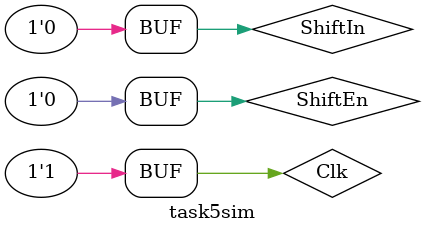
<source format=v>
`timescale 1ns / 1ps


module task5sim(
    );
    reg Clk ;
	reg ShiftIn;
    reg ShiftEn;
    wire  ShiftOut;
	wire [3:0] ParallelOut;
	
	
	
 
    task5 DUT (.Clk(Clk), .ShiftIn(ShiftIn), .ShiftEn(ShiftEn), .ShiftOut(ShiftOut), .ParallelOut(ParallelOut));   
    

    initial begin
        #0 Clk =0;  ShiftEn=0; ShiftIn=1;  //0 
        #10 Clk =1; ShiftEn=0; ShiftIn=1;    //10
        #10 Clk =0; ShiftEn=0; ShiftIn=1;   //20
        #10 Clk =1; ShiftEn=0; ShiftIn=1;   //30
        #10 Clk =0; ShiftEn=1; ShiftIn=1;   //40
        #10 Clk =1; ShiftEn=1; ShiftIn=1;   //50
        #10 Clk =0; ShiftEn=1; ShiftIn=1;   //60
        #10 Clk =1; ShiftEn=1; ShiftIn=1;   //70
        #10 Clk =0; ShiftEn=0; ShiftIn=1;   //80
        #10 Clk =1; ShiftEn=0; ShiftIn=1;   //90
        #10 Clk =0; ShiftEn=0; ShiftIn=1;   //100
        #10 Clk =1; ShiftEn=0; ShiftIn=1;   //110
        #10 Clk =0; ShiftEn=1; ShiftIn=1;   //120
        #10 Clk =1; ShiftEn=1; ShiftIn=1;   //130
        #10 Clk =0; ShiftEn=1; ShiftIn=1;   //140
        #10 Clk =1; ShiftEn=1; ShiftIn=1;   //150
        #10 Clk =0; ShiftEn=0; ShiftIn=1;   //160
        #10 Clk =1; ShiftEn=0; ShiftIn=1;   //170
        #10 Clk =0; ShiftEn=0; ShiftIn=1;   //180
        #10 Clk =1; ShiftEn=0; ShiftIn=1;   //190
        #10 Clk =0; ShiftEn=0; ShiftIn=0;   //200
        #10 Clk =1; ShiftEn=0; ShiftIn=0;   //210
        #10 Clk =0; ShiftEn=0; ShiftIn=0;   //220
        #10 Clk =1; ShiftEn=0; ShiftIn=0;   //230
        #10 Clk =0; ShiftEn=1; ShiftIn=0;   //240
        #10 Clk =1; ShiftEn=1; ShiftIn=0;   //250
        #10 Clk =0; ShiftEn=1; ShiftIn=0;   //260
        #10 Clk =1; ShiftEn=1; ShiftIn=0;   //270
        #10 Clk =0; ShiftEn=0; ShiftIn=0;   //280
        #10 Clk =1; ShiftEn=0; ShiftIn=0;   //290
        #10 Clk =0; ShiftEn=0; ShiftIn=0;   //300
        #10 Clk =1; ShiftEn=0; ShiftIn=0;   //310
        #10 Clk =0; ShiftEn=1; ShiftIn=0;   //320
        #10 Clk =1; ShiftEn=1; ShiftIn=0;   //330
        #10 Clk =0; ShiftEn=1; ShiftIn=0;   //340
        #10 Clk =1; ShiftEn=1; ShiftIn=0;   //350
        #10 Clk =0; ShiftEn=0; ShiftIn=0;   //360
        #10 Clk =1; ShiftEn=0; ShiftIn=0;   //370
        #10 Clk =0; ShiftEn=0; ShiftIn=0;   //380
        #10 Clk =1; ShiftEn=0; ShiftIn=0;   //390
    
        
 
        

       
    end
endmodule
</source>
